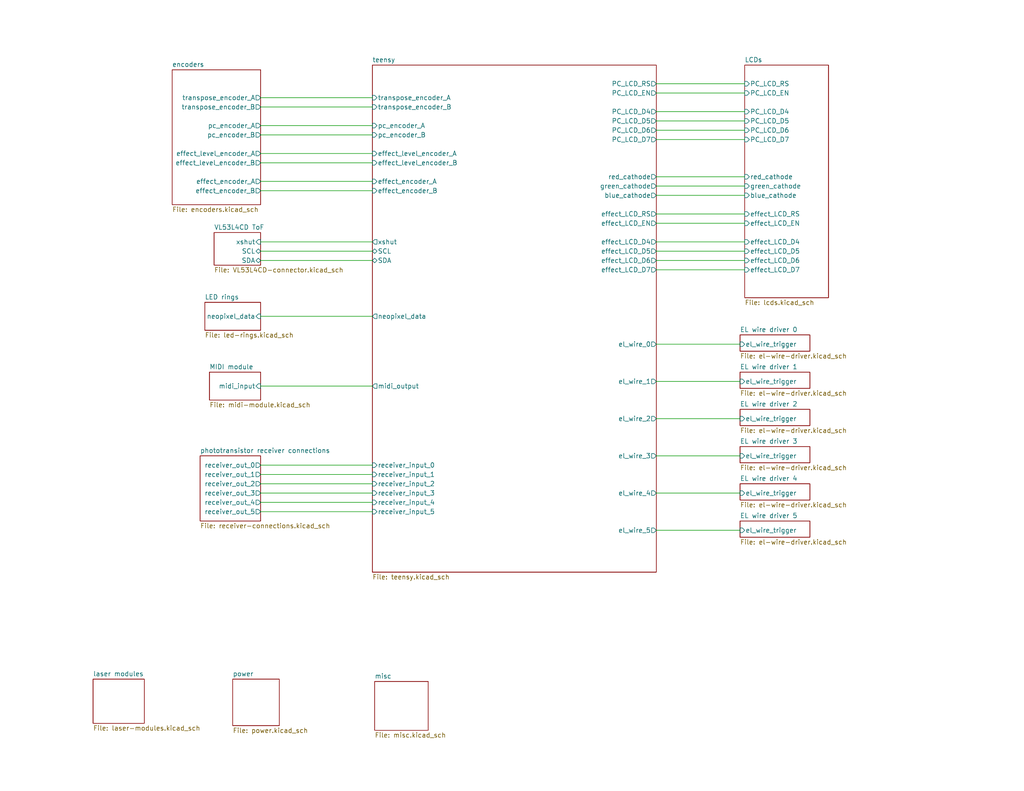
<source format=kicad_sch>
(kicad_sch (version 20211123) (generator eeschema)
  (paper "USLetter")
  (title_block (title "Laser guitar mainboard") (date "2022-05-26") (rev "1") (company "Montana Science Center") (comment 1 "Trevor Vannoy"))
  (lib_symbols)
  (wire (pts (xy 71.12 29.21) (xy 101.6 29.21)))
  (wire (pts (xy 179.07 58.42) (xy 203.2 58.42)))
  (wire (pts (xy 71.12 68.58) (xy 101.6 68.58)))
  (wire (pts (xy 179.07 104.14) (xy 201.93 104.14)))
  (wire (pts (xy 71.12 26.67) (xy 101.6 26.67)))
  (wire (pts (xy 179.07 35.56) (xy 203.2 35.56)))
  (wire (pts (xy 179.07 25.4) (xy 203.2 25.4)))
  (wire (pts (xy 179.07 60.96) (xy 203.2 60.96)))
  (wire (pts (xy 71.12 49.53) (xy 101.6 49.53)))
  (wire (pts (xy 179.07 124.46) (xy 201.93 124.46)))
  (wire (pts (xy 71.12 132.08) (xy 101.6 132.08)))
  (wire (pts (xy 179.07 71.12) (xy 203.2 71.12)))
  (wire (pts (xy 179.07 48.26) (xy 203.2 48.26)))
  (wire (pts (xy 179.07 50.8) (xy 203.2 50.8)))
  (wire (pts (xy 71.12 139.7) (xy 101.6 139.7)))
  (wire (pts (xy 179.07 114.3) (xy 201.93 114.3)))
  (wire (pts (xy 71.12 86.36) (xy 101.6 86.36)))
  (wire (pts (xy 71.12 129.54) (xy 101.6 129.54)))
  (wire (pts (xy 71.12 127) (xy 101.6 127)))
  (wire (pts (xy 179.07 33.02) (xy 203.2 33.02)))
  (wire (pts (xy 71.12 134.62) (xy 101.6 134.62)))
  (wire (pts (xy 179.07 53.34) (xy 203.2 53.34)))
  (wire (pts (xy 71.12 71.12) (xy 101.6 71.12)))
  (wire (pts (xy 179.07 38.1) (xy 203.2 38.1)))
  (wire (pts (xy 71.12 105.41) (xy 101.6 105.41)))
  (wire (pts (xy 71.12 34.29) (xy 101.6 34.29)))
  (wire (pts (xy 179.07 93.98) (xy 201.93 93.98)))
  (wire (pts (xy 71.12 137.16) (xy 101.6 137.16)))
  (wire (pts (xy 71.12 66.04) (xy 101.6 66.04)))
  (wire (pts (xy 179.07 22.86) (xy 203.2 22.86)))
  (wire (pts (xy 179.07 134.62) (xy 201.93 134.62)))
  (wire (pts (xy 179.07 68.58) (xy 203.2 68.58)))
  (wire (pts (xy 71.12 36.83) (xy 101.6 36.83)))
  (wire (pts (xy 71.12 44.45) (xy 101.6 44.45)))
  (wire (pts (xy 71.12 52.07) (xy 101.6 52.07)))
  (wire (pts (xy 179.07 66.04) (xy 203.2 66.04)))
  (wire (pts (xy 179.07 144.78) (xy 201.93 144.78)))
  (wire (pts (xy 179.07 73.66) (xy 203.2 73.66)))
  (wire (pts (xy 71.12 41.91) (xy 101.6 41.91)))
  (wire (pts (xy 179.07 30.48) (xy 203.2 30.48)))
  (sheet (at 201.93 142.24) (size 19.05 4.445) (stroke (width 0.1524))
    (property "Sheet name" "EL wire driver 5" (at 201.93 141.5284 0) (effects (justify left bottom)))
    (property "Sheet file" "el-wire-driver.kicad_sch" (at 201.93 147.2696 0) (effects (justify left top)))
    (pin "el_wire_trigger" input (at 201.93 144.78 180))
  )
  (sheet (at 46.99 19.05) (size 24.13 36.83) (stroke (width 0.1524))
    (property "Sheet name" "encoders" (at 46.99 18.3384 0) (effects (justify left bottom)))
    (property "Sheet file" "encoders.kicad_sch" (at 46.99 56.4646 0) (effects (justify left top)))
    (pin "effect_encoder_B" output (at 71.12 52.07 0))
    (pin "effect_encoder_A" output (at 71.12 49.53 0))
    (pin "effect_level_encoder_A" output (at 71.12 41.91 0))
    (pin "effect_level_encoder_B" output (at 71.12 44.45 0))
    (pin "pc_encoder_A" output (at 71.12 34.29 0))
    (pin "pc_encoder_B" output (at 71.12 36.83 0))
    (pin "transpose_encoder_A" output (at 71.12 26.67 0))
    (pin "transpose_encoder_B" output (at 71.12 29.21 0))
  )
  (sheet (at 55.88 82.55) (size 15.24 7.62) (stroke (width 0.1524))
    (property "Sheet name" "LED rings" (at 55.88 81.8384 0) (effects (justify left bottom)))
    (property "Sheet file" "led-rings.kicad_sch" (at 55.88 90.7546 0) (effects (justify left top)))
    (pin "neopixel_data" input (at 71.12 86.36 0))
  )
  (sheet (at 25.4 185.42) (size 13.97 12.065) (stroke (width 0.1524))
    (property "Sheet name" "laser modules" (at 25.4 184.7084 0) (effects (justify left bottom)))
    (property "Sheet file" "laser-modules.kicad_sch" (at 25.4 198.0696 0) (effects (justify left top)))
  )
  (sheet (at 63.5 185.42) (size 12.7 12.7) (stroke (width 0.1524))
    (property "Sheet name" "power" (at 63.5 184.7084 0) (effects (justify left bottom)))
    (property "Sheet file" "power.kicad_sch" (at 63.5 198.7046 0) (effects (justify left top)))
  )
  (sheet (at 102.235 186.055) (size 14.605 13.335) (stroke (width 0.1524))
    (property "Sheet name" "misc" (at 102.235 185.3434 0) (effects (justify left bottom)))
    (property "Sheet file" "misc.kicad_sch" (at 102.235 199.9746 0) (effects (justify left top)))
  )
  (sheet (at 58.42 63.5) (size 12.7 8.89) (stroke (width 0.1524))
    (property "Sheet name" "VL53L4CD ToF" (at 58.42 62.7884 0) (effects (justify left bottom)))
    (property "Sheet file" "VL53L4CD-connector.kicad_sch" (at 58.42 72.9746 0) (effects (justify left top)))
    (pin "SDA" bidirectional (at 71.12 71.12 0))
    (pin "xshut" input (at 71.12 66.04 0))
    (pin "SCL" bidirectional (at 71.12 68.58 0))
  )
  (sheet (at 203.2 17.78) (size 22.86 63.5) (stroke (width 0.1524))
    (property "Sheet name" "LCDs" (at 203.2 17.0684 0) (effects (justify left bottom)))
    (property "Sheet file" "lcds.kicad_sch" (at 203.2 81.8646 0) (effects (justify left top)))
    (pin "blue_cathode" input (at 203.2 53.34 180))
    (pin "green_cathode" input (at 203.2 50.8 180))
    (pin "PC_LCD_D6" input (at 203.2 35.56 180))
    (pin "PC_LCD_D4" input (at 203.2 30.48 180))
    (pin "PC_LCD_RS" input (at 203.2 22.86 180))
    (pin "PC_LCD_EN" input (at 203.2 25.4 180))
    (pin "effect_LCD_EN" input (at 203.2 60.96 180))
    (pin "effect_LCD_D5" input (at 203.2 68.58 180))
    (pin "effect_LCD_RS" input (at 203.2 58.42 180))
    (pin "effect_LCD_D7" input (at 203.2 73.66 180))
    (pin "effect_LCD_D6" input (at 203.2 71.12 180))
    (pin "effect_LCD_D4" input (at 203.2 66.04 180))
    (pin "PC_LCD_D7" input (at 203.2 38.1 180))
    (pin "red_cathode" input (at 203.2 48.26 180))
    (pin "PC_LCD_D5" input (at 203.2 33.02 180))
  )
  (sheet (at 54.61 124.46) (size 16.51 17.78) (stroke (width 0.1524))
    (property "Sheet name" "phototransistor receiver connections" (at 54.61 123.7484 0) (effects (justify left bottom)))
    (property "Sheet file" "receiver-connections.kicad_sch" (at 54.61 142.8246 0) (effects (justify left top)))
    (pin "receiver_out_2" output (at 71.12 132.08 0))
    (pin "receiver_out_0" output (at 71.12 127 0))
    (pin "receiver_out_1" output (at 71.12 129.54 0))
    (pin "receiver_out_4" output (at 71.12 137.16 0))
    (pin "receiver_out_3" output (at 71.12 134.62 0))
    (pin "receiver_out_5" output (at 71.12 139.7 0))
  )
  (sheet (at 57.15 101.6) (size 13.97 7.62) (stroke (width 0.1524))
    (property "Sheet name" "MIDI module" (at 57.15 100.8884 0) (effects (justify left bottom)))
    (property "Sheet file" "midi-module.kicad_sch" (at 57.15 109.8046 0) (effects (justify left top)))
    (pin "midi_input" input (at 71.12 105.41 0))
  )
  (sheet (at 201.93 91.44) (size 19.05 4.445) (stroke (width 0.1524))
    (property "Sheet name" "EL wire driver 0" (at 201.93 90.7284 0) (effects (justify left bottom)))
    (property "Sheet file" "el-wire-driver.kicad_sch" (at 201.93 96.4696 0) (effects (justify left top)))
    (pin "el_wire_trigger" input (at 201.93 93.98 180))
  )
  (sheet (at 101.6 17.78) (size 77.47 138.43) (stroke (width 0.1524))
    (property "Sheet name" "teensy" (at 101.6 17.0684 0) (effects (justify left bottom)))
    (property "Sheet file" "teensy.kicad_sch" (at 101.6 156.7946 0) (effects (justify left top)))
    (pin "effect_encoder_B" input (at 101.6 52.07 180))
    (pin "effect_level_encoder_B" input (at 101.6 44.45 180))
    (pin "effect_level_encoder_A" input (at 101.6 41.91 180))
    (pin "neopixel_data" output (at 101.6 86.36 180))
    (pin "red_cathode" output (at 179.07 48.26 0))
    (pin "effect_LCD_D5" output (at 179.07 68.58 0))
    (pin "effect_LCD_D7" output (at 179.07 73.66 0))
    (pin "effect_LCD_D6" output (at 179.07 71.12 0))
    (pin "effect_LCD_EN" output (at 179.07 60.96 0))
    (pin "effect_LCD_D4" output (at 179.07 66.04 0))
    (pin "PC_LCD_EN" output (at 179.07 25.4 0))
    (pin "blue_cathode" output (at 179.07 53.34 0))
    (pin "green_cathode" output (at 179.07 50.8 0))
    (pin "PC_LCD_RS" output (at 179.07 22.86 0))
    (pin "PC_LCD_D4" output (at 179.07 30.48 0))
    (pin "PC_LCD_D5" output (at 179.07 33.02 0))
    (pin "PC_LCD_D6" output (at 179.07 35.56 0))
    (pin "PC_LCD_D7" output (at 179.07 38.1 0))
    (pin "effect_LCD_RS" output (at 179.07 58.42 0))
    (pin "el_wire_0" output (at 179.07 93.98 0))
    (pin "xshut" output (at 101.6 66.04 180))
    (pin "SDA" bidirectional (at 101.6 71.12 180))
    (pin "SCL" bidirectional (at 101.6 68.58 180))
    (pin "el_wire_2" output (at 179.07 114.3 0))
    (pin "el_wire_3" output (at 179.07 124.46 0))
    (pin "el_wire_5" output (at 179.07 144.78 0))
    (pin "el_wire_4" output (at 179.07 134.62 0))
    (pin "el_wire_1" output (at 179.07 104.14 0))
    (pin "receiver_input_4" input (at 101.6 137.16 180))
    (pin "receiver_input_2" input (at 101.6 132.08 180))
    (pin "receiver_input_0" input (at 101.6 127 180))
    (pin "receiver_input_3" input (at 101.6 134.62 180))
    (pin "receiver_input_1" input (at 101.6 129.54 180))
    (pin "receiver_input_5" input (at 101.6 139.7 180))
    (pin "pc_encoder_A" input (at 101.6 34.29 180))
    (pin "transpose_encoder_B" input (at 101.6 29.21 180))
    (pin "transpose_encoder_A" input (at 101.6 26.67 180))
    (pin "effect_encoder_A" input (at 101.6 49.53 180))
    (pin "pc_encoder_B" input (at 101.6 36.83 180))
    (pin "midi_output" output (at 101.6 105.41 180))
  )
  (sheet (at 201.93 101.6) (size 19.05 4.445) (stroke (width 0.1524))
    (property "Sheet name" "EL wire driver 1" (at 201.93 100.8884 0) (effects (justify left bottom)))
    (property "Sheet file" "el-wire-driver.kicad_sch" (at 201.93 106.6296 0) (effects (justify left top)))
    (pin "el_wire_trigger" input (at 201.93 104.14 180))
  )
  (sheet (at 201.93 111.76) (size 19.05 4.445) (stroke (width 0.1524))
    (property "Sheet name" "EL wire driver 2" (at 201.93 111.0484 0) (effects (justify left bottom)))
    (property "Sheet file" "el-wire-driver.kicad_sch" (at 201.93 116.7896 0) (effects (justify left top)))
    (pin "el_wire_trigger" input (at 201.93 114.3 180))
  )
  (sheet (at 201.93 132.08) (size 19.05 4.445) (stroke (width 0.1524))
    (property "Sheet name" "EL wire driver 4" (at 201.93 131.3684 0) (effects (justify left bottom)))
    (property "Sheet file" "el-wire-driver.kicad_sch" (at 201.93 137.1096 0) (effects (justify left top)))
    (pin "el_wire_trigger" input (at 201.93 134.62 180))
  )
  (sheet (at 201.93 121.92) (size 19.05 4.445) (stroke (width 0.1524))
    (property "Sheet name" "EL wire driver 3" (at 201.93 121.2084 0) (effects (justify left bottom)))
    (property "Sheet file" "el-wire-driver.kicad_sch" (at 201.93 126.9496 0) (effects (justify left top)))
    (pin "el_wire_trigger" input (at 201.93 124.46 180))
  )
)
</source>
